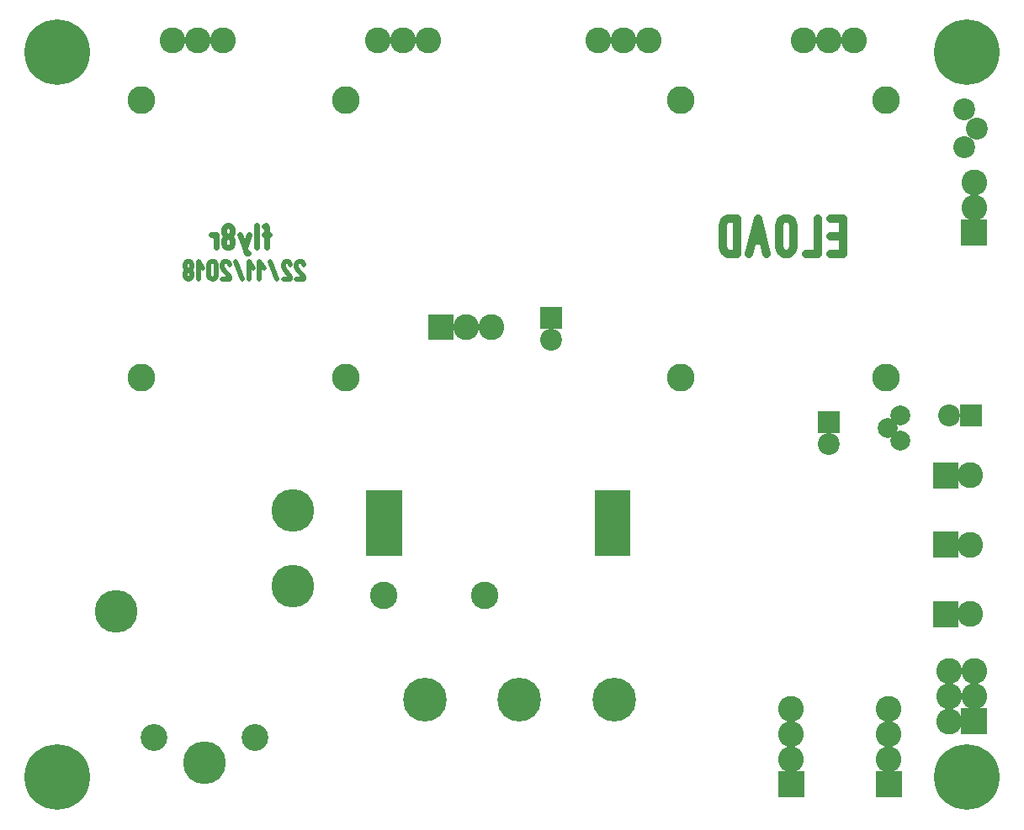
<source format=gbr>
%FSLAX34Y34*%
%MOMM*%
%LNSOLDERMASK_BOTTOM*%
G71*
G01*
%ADD10C, 4.300*%
%ADD11C, 2.700*%
%ADD12C, 2.600*%
%ADD13C, 2.800*%
%ADD14C, 2.200*%
%ADD15C, 2.600*%
%ADD16C, 4.400*%
%ADD17C, 2.760*%
%ADD18C, 2.000*%
%ADD19C, 0.835*%
%ADD20C, 0.597*%
%ADD21C, 0.518*%
%ADD22C, 6.600*%
%LPD*%
X431800Y384050D02*
G54D10*
D03*
X431800Y307850D02*
G54D10*
D03*
X254000Y282450D02*
G54D10*
D03*
X342900Y130050D02*
G54D10*
D03*
X393700Y155450D02*
G54D11*
D03*
X292100Y155450D02*
G54D11*
D03*
X311150Y857125D02*
G54D12*
D03*
X336550Y857125D02*
G54D12*
D03*
X361950Y857125D02*
G54D12*
D03*
X279400Y796800D02*
G54D13*
D03*
X279400Y517400D02*
G54D13*
D03*
X485775Y796800D02*
G54D13*
D03*
X485775Y517400D02*
G54D13*
D03*
X822325Y796800D02*
G54D13*
D03*
X822325Y517400D02*
G54D13*
D03*
X1028700Y796800D02*
G54D13*
D03*
X1028700Y517400D02*
G54D13*
D03*
X517525Y857125D02*
G54D12*
D03*
X542925Y857125D02*
G54D12*
D03*
X568325Y857125D02*
G54D12*
D03*
X739775Y857125D02*
G54D12*
D03*
X765175Y857125D02*
G54D12*
D03*
X790575Y857125D02*
G54D12*
D03*
X946150Y857125D02*
G54D12*
D03*
X971550Y857125D02*
G54D12*
D03*
X996950Y857125D02*
G54D12*
D03*
X1108075Y787275D02*
G54D14*
D03*
X1120775Y768225D02*
G54D14*
D03*
X1108075Y749175D02*
G54D14*
D03*
G36*
X1125425Y468300D02*
X1103425Y468300D01*
X1103425Y490300D01*
X1125425Y490300D01*
X1125425Y468300D01*
G37*
X1092200Y479300D02*
G54D14*
D03*
G36*
X568025Y581200D02*
X594025Y581200D01*
X594025Y555200D01*
X568025Y555200D01*
X568025Y581200D01*
G37*
X606425Y568200D02*
G54D15*
D03*
X631825Y568200D02*
G54D15*
D03*
X565150Y193550D02*
G54D16*
D03*
X660150Y193550D02*
G54D16*
D03*
X755150Y193550D02*
G54D16*
D03*
G36*
X505875Y404350D02*
X541875Y404350D01*
X541875Y338350D01*
X505875Y338350D01*
X505875Y404350D01*
G37*
G36*
X735875Y404350D02*
X771875Y404350D01*
X771875Y338350D01*
X735875Y338350D01*
X735875Y404350D01*
G37*
X625475Y298325D02*
G54D17*
D03*
X523875Y298325D02*
G54D17*
D03*
G36*
X1076025Y362125D02*
X1102025Y362125D01*
X1102025Y336125D01*
X1076025Y336125D01*
X1076025Y362125D01*
G37*
X1114025Y349125D02*
G54D15*
D03*
G36*
X1076025Y431975D02*
X1102025Y431975D01*
X1102025Y405975D01*
X1076025Y405975D01*
X1076025Y431975D01*
G37*
X1114025Y418975D02*
G54D15*
D03*
G36*
X1076025Y292275D02*
X1102025Y292275D01*
X1102025Y266275D01*
X1076025Y266275D01*
X1076025Y292275D01*
G37*
X1114025Y279275D02*
G54D15*
D03*
G36*
X703150Y588725D02*
X703150Y566725D01*
X681150Y566725D01*
X681150Y588725D01*
X703150Y588725D01*
G37*
X692150Y555500D02*
G54D14*
D03*
X1042988Y453900D02*
G54D18*
D03*
X1030288Y466600D02*
G54D18*
D03*
X1042988Y479300D02*
G54D18*
D03*
G36*
X982550Y483950D02*
X982550Y461950D01*
X960550Y461950D01*
X960550Y483950D01*
X982550Y483950D01*
G37*
X971550Y450725D02*
G54D14*
D03*
G36*
X1104600Y650450D02*
X1104600Y676450D01*
X1130600Y676450D01*
X1130600Y650450D01*
X1104600Y650450D01*
G37*
X1117600Y688850D02*
G54D15*
D03*
X1117600Y714250D02*
G54D15*
D03*
G36*
X920450Y94825D02*
X920450Y120825D01*
X946450Y120825D01*
X946450Y94825D01*
X920450Y94825D01*
G37*
X933450Y133225D02*
G54D15*
D03*
X933450Y158625D02*
G54D15*
D03*
X933450Y184025D02*
G54D15*
D03*
G36*
X1130600Y158325D02*
X1104600Y158325D01*
X1104600Y184325D01*
X1130600Y184325D01*
X1130600Y158325D01*
G37*
X1092200Y171325D02*
G54D12*
D03*
X1117600Y196725D02*
G54D12*
D03*
X1092200Y196725D02*
G54D12*
D03*
X1117600Y222125D02*
G54D12*
D03*
X1092200Y222125D02*
G54D12*
D03*
G36*
X1018875Y94825D02*
X1018875Y120825D01*
X1044875Y120825D01*
X1044875Y94825D01*
X1018875Y94825D01*
G37*
X1031875Y133225D02*
G54D15*
D03*
X1031875Y158625D02*
G54D15*
D03*
X1031875Y184025D02*
G54D15*
D03*
G54D19*
X973156Y642100D02*
X985600Y642100D01*
X985600Y677656D01*
X973156Y677656D01*
G54D19*
X985600Y659878D02*
X973156Y659878D01*
G54D19*
X960712Y677656D02*
X960712Y642100D01*
X948268Y642100D01*
G54D19*
X921602Y670989D02*
X921602Y648767D01*
X923380Y644322D01*
X926935Y642100D01*
X930491Y642100D01*
X934046Y644322D01*
X935824Y648767D01*
X935824Y670989D01*
X934046Y675433D01*
X930491Y677656D01*
X926935Y677656D01*
X923380Y675433D01*
X921602Y670989D01*
G54D19*
X909158Y642100D02*
X900269Y677656D01*
X891380Y642100D01*
G54D19*
X905602Y655433D02*
X894936Y655433D01*
G54D19*
X878936Y642100D02*
X878936Y677656D01*
X870047Y677656D01*
X866492Y675433D01*
X864714Y670989D01*
X864714Y648767D01*
X866492Y644322D01*
X870047Y642100D01*
X878936Y642100D01*
G54D20*
X405753Y648450D02*
X405753Y669283D01*
X404642Y670672D01*
X403530Y669839D01*
G54D20*
X407975Y660950D02*
X403530Y660950D01*
G54D20*
X395753Y648450D02*
X395753Y670672D01*
G54D20*
X387975Y660950D02*
X383530Y648450D01*
X379086Y660950D01*
G54D20*
X383530Y648450D02*
X384642Y644283D01*
X385753Y642894D01*
X386864Y642894D01*
G54D20*
X365752Y659561D02*
X367975Y659561D01*
X370197Y660950D01*
X371308Y663728D01*
X371308Y666506D01*
X370197Y669283D01*
X367975Y670672D01*
X365752Y670672D01*
X363530Y669283D01*
X362419Y666506D01*
X362419Y663728D01*
X363530Y660950D01*
X365752Y659561D01*
X363530Y658172D01*
X362419Y655394D01*
X362419Y652617D01*
X363530Y649839D01*
X365752Y648450D01*
X367975Y648450D01*
X370197Y649839D01*
X371308Y652617D01*
X371308Y655394D01*
X370197Y658172D01*
X367975Y659561D01*
G54D20*
X354641Y648450D02*
X354641Y660950D01*
G54D20*
X354641Y658172D02*
X352419Y660950D01*
X350196Y660950D01*
G54D21*
X435789Y616700D02*
X442900Y616700D01*
X442900Y617811D01*
X442011Y620033D01*
X436678Y626700D01*
X435789Y628922D01*
X435789Y631144D01*
X436678Y633367D01*
X438456Y634478D01*
X440233Y634478D01*
X442011Y633367D01*
X442900Y631144D01*
G54D21*
X422456Y616700D02*
X429567Y616700D01*
X429567Y617811D01*
X428678Y620033D01*
X423345Y626700D01*
X422456Y628922D01*
X422456Y631144D01*
X423345Y633367D01*
X425123Y634478D01*
X426900Y634478D01*
X428678Y633367D01*
X429567Y631144D01*
G54D21*
X416234Y616700D02*
X409123Y634478D01*
G54D21*
X402901Y627811D02*
X398457Y634478D01*
X398457Y616700D01*
G54D21*
X392235Y627811D02*
X387791Y634478D01*
X387791Y616700D01*
G54D21*
X381569Y616700D02*
X374458Y634478D01*
G54D21*
X361125Y616700D02*
X368236Y616700D01*
X368236Y617811D01*
X367347Y620033D01*
X362014Y626700D01*
X361125Y628922D01*
X361125Y631144D01*
X362014Y633367D01*
X363792Y634478D01*
X365569Y634478D01*
X367347Y633367D01*
X368236Y631144D01*
G54D21*
X347792Y631144D02*
X347792Y620033D01*
X348681Y617811D01*
X350459Y616700D01*
X352236Y616700D01*
X354014Y617811D01*
X354903Y620033D01*
X354903Y631144D01*
X354014Y633367D01*
X352236Y634478D01*
X350459Y634478D01*
X348681Y633367D01*
X347792Y631144D01*
G54D21*
X341570Y627811D02*
X337126Y634478D01*
X337126Y616700D01*
G54D21*
X326460Y625589D02*
X328237Y625589D01*
X330015Y626700D01*
X330904Y628922D01*
X330904Y631144D01*
X330015Y633367D01*
X328237Y634478D01*
X326460Y634478D01*
X324682Y633367D01*
X323793Y631144D01*
X323793Y628922D01*
X324682Y626700D01*
X326460Y625589D01*
X324682Y624478D01*
X323793Y622256D01*
X323793Y620033D01*
X324682Y617811D01*
X326460Y616700D01*
X328237Y616700D01*
X330015Y617811D01*
X330904Y620033D01*
X330904Y622256D01*
X330015Y624478D01*
X328237Y625589D01*
X195000Y845000D02*
G54D22*
D03*
X195000Y115000D02*
G54D22*
D03*
X1110000Y115000D02*
G54D22*
D03*
X1110000Y845000D02*
G54D22*
D03*
M02*

</source>
